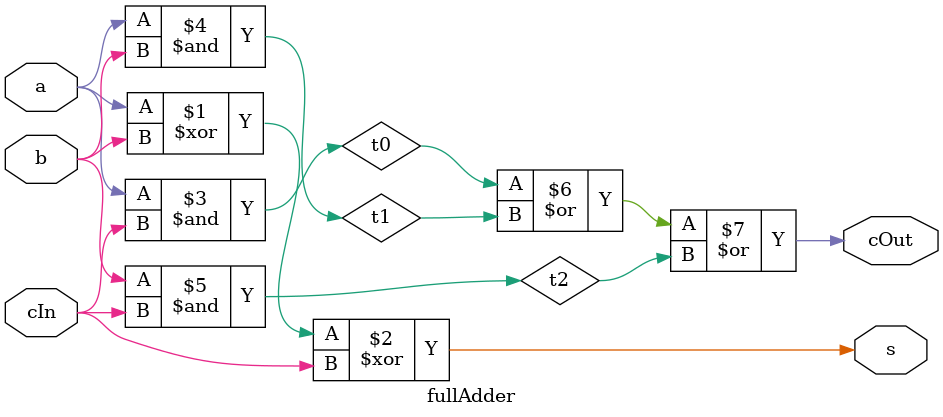
<source format=sv>



`timescale 1ps/1ps
module fullAdder (a, b, cIn, s, cOut);
	input logic a, b, cIn;
	output logic cOut, s;
	
	logic t0, t1, t2;
	
	// Sum
	xor #50 sum (s, a, b, cIn);
	
	// Carry
	and #50 and0 (t0, a, cIn);
	and #50 and1 (t1, a, b);
	and #50 and2 (t2, b, cIn);
	or #50 C (cOut, t0, t1, t2);
 
 endmodule
 
</source>
